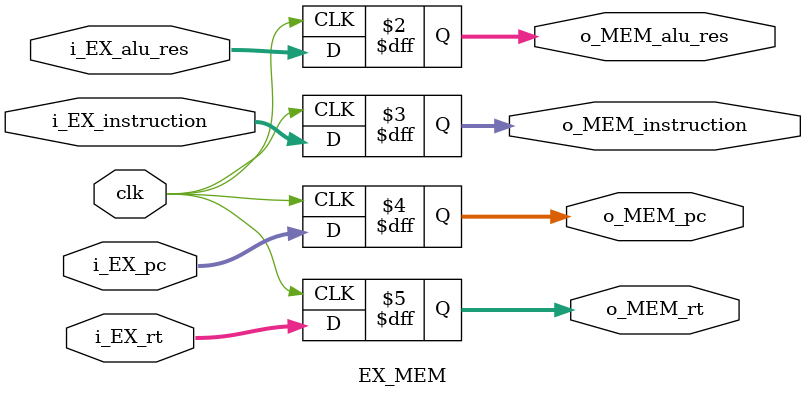
<source format=v>
`timescale 1ns / 1ps
`include "ISA.v"
module  EX_MEM  #
                (
                    parameter W = 32
                )
                (
                    input       clk,
                    input [W-1:0] i_EX_instruction,
                    input [W-1:0] i_EX_pc,
                    input [W-1:0] i_EX_alu_res, 
                    input [W-1:0] i_EX_rt,
                    output reg [W-1:0] o_MEM_alu_res,  //连接forwarding  unit
                    output reg [W-1:0] o_MEM_instruction,
                    output reg [W-1:0] o_MEM_pc,
                    output reg [W-1:0] o_MEM_rt
                );
    always @(negedge clk) begin
       o_MEM_alu_res     <= i_EX_alu_res;
       o_MEM_instruction <= i_EX_instruction;
       o_MEM_pc          <= i_EX_pc;
       o_MEM_rt          <= i_EX_rt;
    end
endmodule //

</source>
